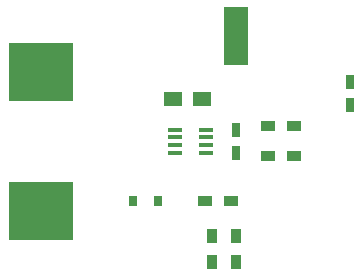
<source format=gbr>
G04 #@! TF.FileFunction,Paste,Top*
%FSLAX46Y46*%
G04 Gerber Fmt 4.6, Leading zero omitted, Abs format (unit mm)*
G04 Created by KiCad (PCBNEW 4.0.5-e0-6337~49~ubuntu16.04.1) date Fri Feb 17 15:09:23 2017*
%MOMM*%
%LPD*%
G01*
G04 APERTURE LIST*
%ADD10C,0.100000*%
%ADD11R,0.750000X1.200000*%
%ADD12R,1.500000X1.250000*%
%ADD13R,0.800000X0.900000*%
%ADD14R,1.220000X0.400000*%
%ADD15R,5.400040X4.899660*%
%ADD16R,1.200000X0.900000*%
%ADD17R,0.900000X1.200000*%
%ADD18R,2.000000X5.000000*%
G04 APERTURE END LIST*
D10*
D11*
X167132000Y-99126000D03*
X167132000Y-101026000D03*
D12*
X152166000Y-100584000D03*
X154666000Y-100584000D03*
D11*
X157480000Y-103190000D03*
X157480000Y-105090000D03*
D13*
X148810000Y-109220000D03*
X150910000Y-109220000D03*
D14*
X152360000Y-103170000D03*
X152360000Y-103810000D03*
X152360000Y-104470000D03*
X152360000Y-105110000D03*
X154980000Y-105110000D03*
X154980000Y-104470000D03*
X154980000Y-103810000D03*
X154980000Y-103170000D03*
D15*
X140970000Y-98239580D03*
X140970000Y-110040420D03*
D16*
X162390000Y-102870000D03*
X160190000Y-102870000D03*
X162390000Y-105410000D03*
X160190000Y-105410000D03*
X157056000Y-109220000D03*
X154856000Y-109220000D03*
D17*
X155448000Y-112184000D03*
X155448000Y-114384000D03*
X157480000Y-114384000D03*
X157480000Y-112184000D03*
D18*
X157480000Y-95250000D03*
M02*

</source>
